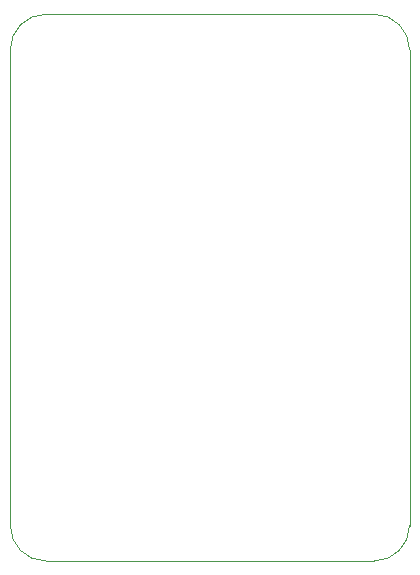
<source format=gbr>
%TF.GenerationSoftware,KiCad,Pcbnew,8.0.7*%
%TF.CreationDate,2025-01-10T16:13:59+05:30*%
%TF.ProjectId,STHDAQ_B0_COPY,53544844-4151-45f4-9230-5f434f50592e,rev?*%
%TF.SameCoordinates,Original*%
%TF.FileFunction,Profile,NP*%
%FSLAX46Y46*%
G04 Gerber Fmt 4.6, Leading zero omitted, Abs format (unit mm)*
G04 Created by KiCad (PCBNEW 8.0.7) date 2025-01-10 16:13:59*
%MOMM*%
%LPD*%
G01*
G04 APERTURE LIST*
%TA.AperFunction,Profile*%
%ADD10C,0.050000*%
%TD*%
G04 APERTURE END LIST*
D10*
X213900000Y-100600000D02*
X213900000Y-60300000D01*
X210900000Y-57300000D02*
G75*
G02*
X213900000Y-60300000I0J-3000000D01*
G01*
X183100000Y-103600000D02*
G75*
G02*
X180100000Y-100600000I0J3000000D01*
G01*
X180100000Y-60300000D02*
X180100000Y-100600000D01*
X213900000Y-100600000D02*
G75*
G02*
X210900000Y-103600000I-3000000J0D01*
G01*
X210900000Y-57300000D02*
X183100000Y-57300000D01*
X180100000Y-60300000D02*
G75*
G02*
X183100000Y-57300000I3000000J0D01*
G01*
X183100000Y-103600000D02*
X210900000Y-103600000D01*
M02*

</source>
